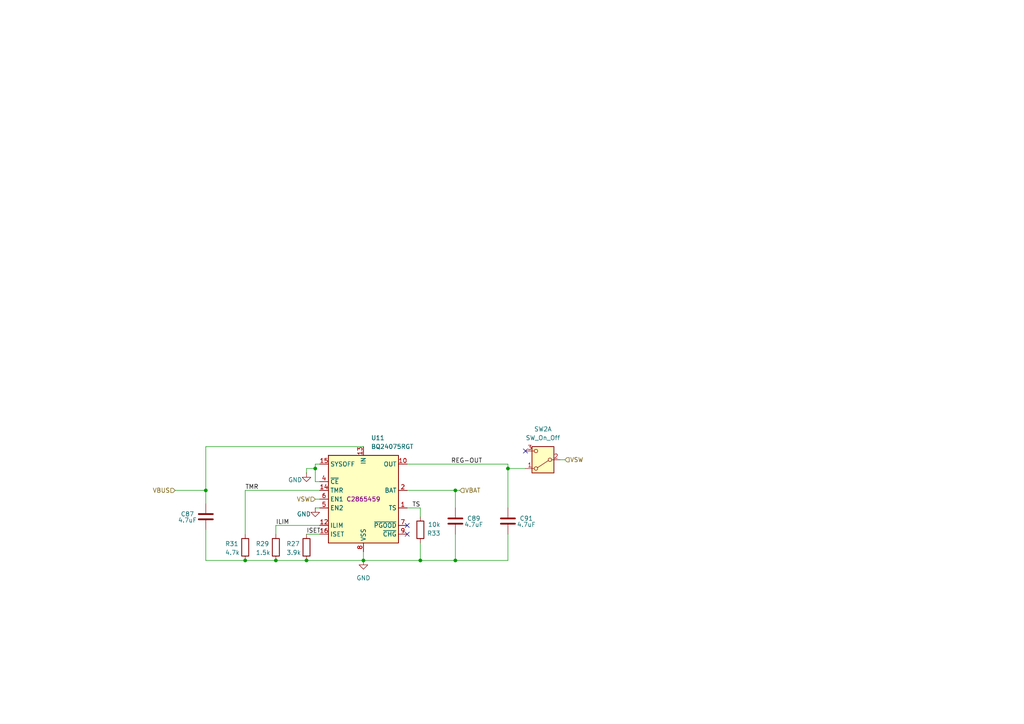
<source format=kicad_sch>
(kicad_sch
	(version 20241004)
	(generator "eeschema")
	(generator_version "8.99")
	(uuid "71096ab6-fe4c-4fd6-88f6-6ecf78167d6f")
	(paper "A4")
	(lib_symbols
		(symbol "Battery_Management:BQ24075RGT"
			(exclude_from_sim no)
			(in_bom yes)
			(on_board yes)
			(property "Reference" "U"
				(at -8.89 13.97 0)
				(effects
					(font
						(size 1.27 1.27)
					)
					(justify right)
				)
			)
			(property "Value" "BQ24075RGT"
				(at 16.51 13.97 0)
				(effects
					(font
						(size 1.27 1.27)
					)
					(justify right)
				)
			)
			(property "Footprint" "Package_DFN_QFN:VQFN-16-1EP_3x3mm_P0.5mm_EP1.6x1.6mm"
				(at 7.62 -13.97 0)
				(effects
					(font
						(size 1.27 1.27)
					)
					(justify left)
					(hide yes)
				)
			)
			(property "Datasheet" "http://www.ti.com/lit/ds/symlink/bq24075.pdf"
				(at 7.62 5.08 0)
				(effects
					(font
						(size 1.27 1.27)
					)
					(hide yes)
				)
			)
			(property "Description" "USB-Friendly Li-Ion Battery Charger and Power-Path Management, VQFN-16"
				(at 0 0 0)
				(effects
					(font
						(size 1.27 1.27)
					)
					(hide yes)
				)
			)
			(property "ki_keywords" "USB Charger"
				(at 0 0 0)
				(effects
					(font
						(size 1.27 1.27)
					)
					(hide yes)
				)
			)
			(property "ki_fp_filters" "VQFN*1EP*3x3mm*P0.5mm*"
				(at 0 0 0)
				(effects
					(font
						(size 1.27 1.27)
					)
					(hide yes)
				)
			)
			(symbol "BQ24075RGT_0_1"
				(rectangle
					(start -10.16 12.7)
					(end 10.16 -12.7)
					(stroke
						(width 0.254)
						(type default)
					)
					(fill
						(type background)
					)
				)
			)
			(symbol "BQ24075RGT_1_1"
				(pin input line
					(at -12.7 10.16 0)
					(length 2.54)
					(name "SYSOFF"
						(effects
							(font
								(size 1.27 1.27)
							)
						)
					)
					(number "15"
						(effects
							(font
								(size 1.27 1.27)
							)
						)
					)
				)
				(pin input line
					(at -12.7 5.08 0)
					(length 2.54)
					(name "~{CE}"
						(effects
							(font
								(size 1.27 1.27)
							)
						)
					)
					(number "4"
						(effects
							(font
								(size 1.27 1.27)
							)
						)
					)
				)
				(pin input line
					(at -12.7 2.54 0)
					(length 2.54)
					(name "TMR"
						(effects
							(font
								(size 1.27 1.27)
							)
						)
					)
					(number "14"
						(effects
							(font
								(size 1.27 1.27)
							)
						)
					)
				)
				(pin input line
					(at -12.7 0 0)
					(length 2.54)
					(name "EN1"
						(effects
							(font
								(size 1.27 1.27)
							)
						)
					)
					(number "6"
						(effects
							(font
								(size 1.27 1.27)
							)
						)
					)
				)
				(pin input line
					(at -12.7 -2.54 0)
					(length 2.54)
					(name "EN2"
						(effects
							(font
								(size 1.27 1.27)
							)
						)
					)
					(number "5"
						(effects
							(font
								(size 1.27 1.27)
							)
						)
					)
				)
				(pin passive line
					(at -12.7 -7.62 0)
					(length 2.54)
					(name "ILIM"
						(effects
							(font
								(size 1.27 1.27)
							)
						)
					)
					(number "12"
						(effects
							(font
								(size 1.27 1.27)
							)
						)
					)
				)
				(pin passive line
					(at -12.7 -10.16 0)
					(length 2.54)
					(name "ISET"
						(effects
							(font
								(size 1.27 1.27)
							)
						)
					)
					(number "16"
						(effects
							(font
								(size 1.27 1.27)
							)
						)
					)
				)
				(pin power_in line
					(at 0 15.24 270)
					(length 2.54)
					(name "IN"
						(effects
							(font
								(size 1.27 1.27)
							)
						)
					)
					(number "13"
						(effects
							(font
								(size 1.27 1.27)
							)
						)
					)
				)
				(pin passive line
					(at 0 -15.24 90)
					(length 2.54)
					(hide yes)
					(name "VSS"
						(effects
							(font
								(size 1.27 1.27)
							)
						)
					)
					(number "17"
						(effects
							(font
								(size 1.27 1.27)
							)
						)
					)
				)
				(pin power_in line
					(at 0 -15.24 90)
					(length 2.54)
					(name "VSS"
						(effects
							(font
								(size 1.27 1.27)
							)
						)
					)
					(number "8"
						(effects
							(font
								(size 1.27 1.27)
							)
						)
					)
				)
				(pin power_out line
					(at 12.7 10.16 180)
					(length 2.54)
					(name "OUT"
						(effects
							(font
								(size 1.27 1.27)
							)
						)
					)
					(number "10"
						(effects
							(font
								(size 1.27 1.27)
							)
						)
					)
				)
				(pin passive line
					(at 12.7 10.16 180)
					(length 2.54)
					(hide yes)
					(name "OUT"
						(effects
							(font
								(size 1.27 1.27)
							)
						)
					)
					(number "11"
						(effects
							(font
								(size 1.27 1.27)
							)
						)
					)
				)
				(pin power_out line
					(at 12.7 2.54 180)
					(length 2.54)
					(name "BAT"
						(effects
							(font
								(size 1.27 1.27)
							)
						)
					)
					(number "2"
						(effects
							(font
								(size 1.27 1.27)
							)
						)
					)
				)
				(pin passive line
					(at 12.7 2.54 180)
					(length 2.54)
					(hide yes)
					(name "BAT"
						(effects
							(font
								(size 1.27 1.27)
							)
						)
					)
					(number "3"
						(effects
							(font
								(size 1.27 1.27)
							)
						)
					)
				)
				(pin passive line
					(at 12.7 -2.54 180)
					(length 2.54)
					(name "TS"
						(effects
							(font
								(size 1.27 1.27)
							)
						)
					)
					(number "1"
						(effects
							(font
								(size 1.27 1.27)
							)
						)
					)
				)
				(pin open_collector line
					(at 12.7 -7.62 180)
					(length 2.54)
					(name "~{PGOOD}"
						(effects
							(font
								(size 1.27 1.27)
							)
						)
					)
					(number "7"
						(effects
							(font
								(size 1.27 1.27)
							)
						)
					)
				)
				(pin open_collector line
					(at 12.7 -10.16 180)
					(length 2.54)
					(name "~{CHG}"
						(effects
							(font
								(size 1.27 1.27)
							)
						)
					)
					(number "9"
						(effects
							(font
								(size 1.27 1.27)
							)
						)
					)
				)
			)
			(embedded_fonts no)
		)
		(symbol "Device:C"
			(pin_numbers
				(hide yes)
			)
			(pin_names
				(offset 0.254)
			)
			(exclude_from_sim no)
			(in_bom yes)
			(on_board yes)
			(property "Reference" "C"
				(at 0.635 2.54 0)
				(effects
					(font
						(size 1.27 1.27)
					)
					(justify left)
				)
			)
			(property "Value" "C"
				(at 0.635 -2.54 0)
				(effects
					(font
						(size 1.27 1.27)
					)
					(justify left)
				)
			)
			(property "Footprint" ""
				(at 0.9652 -3.81 0)
				(effects
					(font
						(size 1.27 1.27)
					)
					(hide yes)
				)
			)
			(property "Datasheet" "~"
				(at 0 0 0)
				(effects
					(font
						(size 1.27 1.27)
					)
					(hide yes)
				)
			)
			(property "Description" "Unpolarized capacitor"
				(at 0 0 0)
				(effects
					(font
						(size 1.27 1.27)
					)
					(hide yes)
				)
			)
			(property "ki_keywords" "cap capacitor"
				(at 0 0 0)
				(effects
					(font
						(size 1.27 1.27)
					)
					(hide yes)
				)
			)
			(property "ki_fp_filters" "C_*"
				(at 0 0 0)
				(effects
					(font
						(size 1.27 1.27)
					)
					(hide yes)
				)
			)
			(symbol "C_0_1"
				(polyline
					(pts
						(xy -2.032 0.762) (xy 2.032 0.762)
					)
					(stroke
						(width 0.508)
						(type default)
					)
					(fill
						(type none)
					)
				)
				(polyline
					(pts
						(xy -2.032 -0.762) (xy 2.032 -0.762)
					)
					(stroke
						(width 0.508)
						(type default)
					)
					(fill
						(type none)
					)
				)
			)
			(symbol "C_1_1"
				(pin passive line
					(at 0 3.81 270)
					(length 2.794)
					(name "~"
						(effects
							(font
								(size 1.27 1.27)
							)
						)
					)
					(number "1"
						(effects
							(font
								(size 1.27 1.27)
							)
						)
					)
				)
				(pin passive line
					(at 0 -3.81 90)
					(length 2.794)
					(name "~"
						(effects
							(font
								(size 1.27 1.27)
							)
						)
					)
					(number "2"
						(effects
							(font
								(size 1.27 1.27)
							)
						)
					)
				)
			)
			(embedded_fonts no)
		)
		(symbol "Device:R"
			(pin_numbers
				(hide yes)
			)
			(pin_names
				(offset 0)
			)
			(exclude_from_sim no)
			(in_bom yes)
			(on_board yes)
			(property "Reference" "R"
				(at 2.032 0 90)
				(effects
					(font
						(size 1.27 1.27)
					)
				)
			)
			(property "Value" "R"
				(at 0 0 90)
				(effects
					(font
						(size 1.27 1.27)
					)
				)
			)
			(property "Footprint" ""
				(at -1.778 0 90)
				(effects
					(font
						(size 1.27 1.27)
					)
					(hide yes)
				)
			)
			(property "Datasheet" "~"
				(at 0 0 0)
				(effects
					(font
						(size 1.27 1.27)
					)
					(hide yes)
				)
			)
			(property "Description" "Resistor"
				(at 0 0 0)
				(effects
					(font
						(size 1.27 1.27)
					)
					(hide yes)
				)
			)
			(property "ki_keywords" "R res resistor"
				(at 0 0 0)
				(effects
					(font
						(size 1.27 1.27)
					)
					(hide yes)
				)
			)
			(property "ki_fp_filters" "R_*"
				(at 0 0 0)
				(effects
					(font
						(size 1.27 1.27)
					)
					(hide yes)
				)
			)
			(symbol "R_0_1"
				(rectangle
					(start -1.016 -2.54)
					(end 1.016 2.54)
					(stroke
						(width 0.254)
						(type default)
					)
					(fill
						(type none)
					)
				)
			)
			(symbol "R_1_1"
				(pin passive line
					(at 0 3.81 270)
					(length 1.27)
					(name "~"
						(effects
							(font
								(size 1.27 1.27)
							)
						)
					)
					(number "1"
						(effects
							(font
								(size 1.27 1.27)
							)
						)
					)
				)
				(pin passive line
					(at 0 -3.81 90)
					(length 1.27)
					(name "~"
						(effects
							(font
								(size 1.27 1.27)
							)
						)
					)
					(number "2"
						(effects
							(font
								(size 1.27 1.27)
							)
						)
					)
				)
			)
			(embedded_fonts no)
		)
		(symbol "Switch:SW_DPDT_x2"
			(pin_names
				(offset 0)
				(hide yes)
			)
			(exclude_from_sim no)
			(in_bom yes)
			(on_board yes)
			(property "Reference" "SW"
				(at 0 5.08 0)
				(effects
					(font
						(size 1.27 1.27)
					)
				)
			)
			(property "Value" "SW_DPDT_x2"
				(at 0 -5.08 0)
				(effects
					(font
						(size 1.27 1.27)
					)
				)
			)
			(property "Footprint" ""
				(at 0 0 0)
				(effects
					(font
						(size 1.27 1.27)
					)
					(hide yes)
				)
			)
			(property "Datasheet" "~"
				(at 0 0 0)
				(effects
					(font
						(size 1.27 1.27)
					)
					(hide yes)
				)
			)
			(property "Description" "Switch, dual pole double throw, separate symbols"
				(at 0 0 0)
				(effects
					(font
						(size 1.27 1.27)
					)
					(hide yes)
				)
			)
			(property "ki_keywords" "switch dual-pole double-throw DPDT spdt ON-ON"
				(at 0 0 0)
				(effects
					(font
						(size 1.27 1.27)
					)
					(hide yes)
				)
			)
			(property "ki_fp_filters" "SW*DPDT*"
				(at 0 0 0)
				(effects
					(font
						(size 1.27 1.27)
					)
					(hide yes)
				)
			)
			(symbol "SW_DPDT_x2_0_0"
				(circle
					(center -2.032 0)
					(radius 0.508)
					(stroke
						(width 0)
						(type default)
					)
					(fill
						(type none)
					)
				)
				(circle
					(center 2.032 -2.54)
					(radius 0.508)
					(stroke
						(width 0)
						(type default)
					)
					(fill
						(type none)
					)
				)
			)
			(symbol "SW_DPDT_x2_0_1"
				(rectangle
					(start -3.175 3.81)
					(end 3.175 -3.81)
					(stroke
						(width 0.254)
						(type default)
					)
					(fill
						(type background)
					)
				)
				(polyline
					(pts
						(xy -1.524 0.254) (xy 1.5748 2.286)
					)
					(stroke
						(width 0)
						(type default)
					)
					(fill
						(type none)
					)
				)
				(circle
					(center 2.032 2.54)
					(radius 0.508)
					(stroke
						(width 0)
						(type default)
					)
					(fill
						(type none)
					)
				)
			)
			(symbol "SW_DPDT_x2_1_1"
				(pin passive line
					(at -5.08 0 0)
					(length 2.54)
					(name "B"
						(effects
							(font
								(size 1.27 1.27)
							)
						)
					)
					(number "2"
						(effects
							(font
								(size 1.27 1.27)
							)
						)
					)
				)
				(pin passive line
					(at 5.08 2.54 180)
					(length 2.54)
					(name "A"
						(effects
							(font
								(size 1.27 1.27)
							)
						)
					)
					(number "1"
						(effects
							(font
								(size 1.27 1.27)
							)
						)
					)
				)
				(pin passive line
					(at 5.08 -2.54 180)
					(length 2.54)
					(name "C"
						(effects
							(font
								(size 1.27 1.27)
							)
						)
					)
					(number "3"
						(effects
							(font
								(size 1.27 1.27)
							)
						)
					)
				)
			)
			(symbol "SW_DPDT_x2_2_1"
				(pin passive line
					(at -5.08 0 0)
					(length 2.54)
					(name "B"
						(effects
							(font
								(size 1.27 1.27)
							)
						)
					)
					(number "5"
						(effects
							(font
								(size 1.27 1.27)
							)
						)
					)
				)
				(pin passive line
					(at 5.08 2.54 180)
					(length 2.54)
					(name "A"
						(effects
							(font
								(size 1.27 1.27)
							)
						)
					)
					(number "4"
						(effects
							(font
								(size 1.27 1.27)
							)
						)
					)
				)
				(pin passive line
					(at 5.08 -2.54 180)
					(length 2.54)
					(name "C"
						(effects
							(font
								(size 1.27 1.27)
							)
						)
					)
					(number "6"
						(effects
							(font
								(size 1.27 1.27)
							)
						)
					)
				)
			)
			(embedded_fonts no)
		)
		(symbol "power:GND"
			(power)
			(pin_numbers
				(hide yes)
			)
			(pin_names
				(offset 0)
				(hide yes)
			)
			(exclude_from_sim no)
			(in_bom yes)
			(on_board yes)
			(property "Reference" "#PWR"
				(at 0 -6.35 0)
				(effects
					(font
						(size 1.27 1.27)
					)
					(hide yes)
				)
			)
			(property "Value" "GND"
				(at 0 -3.81 0)
				(effects
					(font
						(size 1.27 1.27)
					)
				)
			)
			(property "Footprint" ""
				(at 0 0 0)
				(effects
					(font
						(size 1.27 1.27)
					)
					(hide yes)
				)
			)
			(property "Datasheet" ""
				(at 0 0 0)
				(effects
					(font
						(size 1.27 1.27)
					)
					(hide yes)
				)
			)
			(property "Description" "Power symbol creates a global label with name \"GND\" , ground"
				(at 0 0 0)
				(effects
					(font
						(size 1.27 1.27)
					)
					(hide yes)
				)
			)
			(property "ki_keywords" "global power"
				(at 0 0 0)
				(effects
					(font
						(size 1.27 1.27)
					)
					(hide yes)
				)
			)
			(symbol "GND_0_1"
				(polyline
					(pts
						(xy 0 0) (xy 0 -1.27) (xy 1.27 -1.27) (xy 0 -2.54) (xy -1.27 -1.27) (xy 0 -1.27)
					)
					(stroke
						(width 0)
						(type default)
					)
					(fill
						(type none)
					)
				)
			)
			(symbol "GND_1_1"
				(pin power_in line
					(at 0 0 270)
					(length 0)
					(name "~"
						(effects
							(font
								(size 1.27 1.27)
							)
						)
					)
					(number "1"
						(effects
							(font
								(size 1.27 1.27)
							)
						)
					)
				)
			)
			(embedded_fonts no)
		)
	)
	(junction
		(at 71.12 162.56)
		(diameter 0)
		(color 0 0 0 0)
		(uuid "0a1b6670-3388-4d03-a157-3def0352c70b")
	)
	(junction
		(at 147.32 135.89)
		(diameter 0)
		(color 0 0 0 0)
		(uuid "1523b8ea-5ecf-4f7b-b870-1e9d3de76b1c")
	)
	(junction
		(at 121.92 162.56)
		(diameter 0)
		(color 0 0 0 0)
		(uuid "347dd6e4-2854-4517-b357-fc8b5b77c777")
	)
	(junction
		(at 132.08 142.24)
		(diameter 0)
		(color 0 0 0 0)
		(uuid "646d5731-9cd4-44bc-b325-c8dfd205f5bc")
	)
	(junction
		(at 105.41 162.56)
		(diameter 0)
		(color 0 0 0 0)
		(uuid "b252c187-e856-4d10-971f-e213fb399448")
	)
	(junction
		(at 59.69 142.24)
		(diameter 0)
		(color 0 0 0 0)
		(uuid "b32d7e6e-7230-425d-9e69-34e859a3d9e3")
	)
	(junction
		(at 80.01 162.56)
		(diameter 0)
		(color 0 0 0 0)
		(uuid "ce126c8d-93fd-4c7c-a0a7-fb7e3b9e4e87")
	)
	(junction
		(at 88.9 162.56)
		(diameter 0)
		(color 0 0 0 0)
		(uuid "dd747a9b-5fef-46f9-b571-595457737b7b")
	)
	(junction
		(at 91.44 135.89)
		(diameter 0)
		(color 0 0 0 0)
		(uuid "e7503623-d54d-4455-9037-4d382e5e986e")
	)
	(junction
		(at 132.08 162.56)
		(diameter 0)
		(color 0 0 0 0)
		(uuid "fbf2624d-814e-4bc5-9312-9a856d063c10")
	)
	(no_connect
		(at 118.11 152.4)
		(uuid "0d72f7aa-930e-43a7-b05d-4382fe3d2729")
	)
	(no_connect
		(at 118.11 154.94)
		(uuid "d3d6fed1-f6f0-43f2-94e2-967b917d969d")
	)
	(no_connect
		(at 152.4 130.81)
		(uuid "e4836660-6187-4bf6-98c9-91445ca6ac78")
	)
	(wire
		(pts
			(xy 147.32 162.56) (xy 132.08 162.56)
		)
		(stroke
			(width 0)
			(type default)
		)
		(uuid "012fea8c-8c60-429e-b546-f04906eee795")
	)
	(wire
		(pts
			(xy 118.11 134.62) (xy 147.32 134.62)
		)
		(stroke
			(width 0)
			(type default)
		)
		(uuid "07b63a2d-01f1-4176-a125-404da0c433ce")
	)
	(wire
		(pts
			(xy 147.32 154.94) (xy 147.32 162.56)
		)
		(stroke
			(width 0)
			(type default)
		)
		(uuid "0ceeddff-9ed2-4ccc-953d-311c057e046d")
	)
	(wire
		(pts
			(xy 59.69 153.67) (xy 59.69 162.56)
		)
		(stroke
			(width 0)
			(type default)
		)
		(uuid "2007645b-5293-4d56-9f33-b480213e7706")
	)
	(wire
		(pts
			(xy 71.12 154.94) (xy 71.12 142.24)
		)
		(stroke
			(width 0)
			(type default)
		)
		(uuid "21c93db5-d0f1-4c95-9c5b-73489d44ed0c")
	)
	(wire
		(pts
			(xy 121.92 162.56) (xy 105.41 162.56)
		)
		(stroke
			(width 0)
			(type default)
		)
		(uuid "27657b62-2e97-4fb9-8e54-2b15feb8aca9")
	)
	(wire
		(pts
			(xy 92.71 134.62) (xy 91.44 134.62)
		)
		(stroke
			(width 0)
			(type default)
		)
		(uuid "28f2211e-1856-41f0-8ddd-7fbcc708bf83")
	)
	(wire
		(pts
			(xy 147.32 134.62) (xy 147.32 135.89)
		)
		(stroke
			(width 0)
			(type default)
		)
		(uuid "37be382d-c1bb-4d23-915d-c1a5122e4c68")
	)
	(wire
		(pts
			(xy 118.11 147.32) (xy 121.92 147.32)
		)
		(stroke
			(width 0)
			(type default)
		)
		(uuid "48c74ed4-004e-440e-b9ff-2334c881da1e")
	)
	(wire
		(pts
			(xy 91.44 134.62) (xy 91.44 135.89)
		)
		(stroke
			(width 0)
			(type default)
		)
		(uuid "4dd77aa5-d7a4-4dc0-9842-604de3e58ff3")
	)
	(wire
		(pts
			(xy 71.12 142.24) (xy 92.71 142.24)
		)
		(stroke
			(width 0)
			(type default)
		)
		(uuid "53393e55-4bad-43bb-aa7b-d2e9c0743688")
	)
	(wire
		(pts
			(xy 132.08 142.24) (xy 133.35 142.24)
		)
		(stroke
			(width 0)
			(type default)
		)
		(uuid "6364c962-c000-403a-9cb7-d9c71a47176b")
	)
	(wire
		(pts
			(xy 132.08 162.56) (xy 121.92 162.56)
		)
		(stroke
			(width 0)
			(type default)
		)
		(uuid "68387bec-1992-4dd0-83f9-41f751b5bce6")
	)
	(wire
		(pts
			(xy 91.44 144.78) (xy 92.71 144.78)
		)
		(stroke
			(width 0)
			(type default)
		)
		(uuid "6859d98f-8300-4580-9089-230efd55f859")
	)
	(wire
		(pts
			(xy 91.44 135.89) (xy 91.44 139.7)
		)
		(stroke
			(width 0)
			(type default)
		)
		(uuid "69240e39-17a7-44c6-9265-55f462a4f892")
	)
	(wire
		(pts
			(xy 59.69 142.24) (xy 59.69 146.05)
		)
		(stroke
			(width 0)
			(type default)
		)
		(uuid "759ab883-34b9-43ce-83f4-79c60ac5c64d")
	)
	(wire
		(pts
			(xy 88.9 154.94) (xy 92.71 154.94)
		)
		(stroke
			(width 0)
			(type default)
		)
		(uuid "83d81b28-7dae-47ef-b0a0-0a76e1ce42c1")
	)
	(wire
		(pts
			(xy 88.9 135.89) (xy 91.44 135.89)
		)
		(stroke
			(width 0)
			(type default)
		)
		(uuid "87383b1f-a734-4726-8cb0-dbed5984e3d7")
	)
	(wire
		(pts
			(xy 80.01 154.94) (xy 80.01 152.4)
		)
		(stroke
			(width 0)
			(type default)
		)
		(uuid "8e8d3696-0cba-44aa-8999-98e469e97d6c")
	)
	(wire
		(pts
			(xy 147.32 135.89) (xy 147.32 147.32)
		)
		(stroke
			(width 0)
			(type default)
		)
		(uuid "8f87b607-2033-403e-abb2-2af3f44f8a49")
	)
	(wire
		(pts
			(xy 50.8 142.24) (xy 59.69 142.24)
		)
		(stroke
			(width 0)
			(type default)
		)
		(uuid "a30750f1-3274-4336-b7a2-daebbf17085f")
	)
	(wire
		(pts
			(xy 105.41 160.02) (xy 105.41 162.56)
		)
		(stroke
			(width 0)
			(type default)
		)
		(uuid "b4e8fd24-8d50-4d64-b985-2895dc04683d")
	)
	(wire
		(pts
			(xy 59.69 129.54) (xy 59.69 142.24)
		)
		(stroke
			(width 0)
			(type default)
		)
		(uuid "b5c50e5f-8534-4d5b-90ff-d1d983b7b3c2")
	)
	(wire
		(pts
			(xy 80.01 162.56) (xy 88.9 162.56)
		)
		(stroke
			(width 0)
			(type default)
		)
		(uuid "b7984183-7fb9-4e10-984c-652d44af96d8")
	)
	(wire
		(pts
			(xy 118.11 142.24) (xy 132.08 142.24)
		)
		(stroke
			(width 0)
			(type default)
		)
		(uuid "b84be07a-f458-45f8-a319-814a39544786")
	)
	(wire
		(pts
			(xy 91.44 147.32) (xy 92.71 147.32)
		)
		(stroke
			(width 0)
			(type default)
		)
		(uuid "b99af092-6322-495c-815e-9315c48d079d")
	)
	(wire
		(pts
			(xy 71.12 162.56) (xy 80.01 162.56)
		)
		(stroke
			(width 0)
			(type default)
		)
		(uuid "bc9fc583-05d2-44d0-9d57-5c6b4310dd8d")
	)
	(wire
		(pts
			(xy 152.4 135.89) (xy 147.32 135.89)
		)
		(stroke
			(width 0)
			(type default)
		)
		(uuid "c75db4c6-331b-477d-9e86-245804e8976f")
	)
	(wire
		(pts
			(xy 121.92 157.48) (xy 121.92 162.56)
		)
		(stroke
			(width 0)
			(type default)
		)
		(uuid "c8270295-804e-4e84-b9db-d46a7b410636")
	)
	(wire
		(pts
			(xy 121.92 147.32) (xy 121.92 149.86)
		)
		(stroke
			(width 0)
			(type default)
		)
		(uuid "da31a4af-200c-433a-9832-d526fbb2ddfd")
	)
	(wire
		(pts
			(xy 59.69 162.56) (xy 71.12 162.56)
		)
		(stroke
			(width 0)
			(type default)
		)
		(uuid "dc0b31b5-731a-4a9b-b682-0abf92677146")
	)
	(wire
		(pts
			(xy 132.08 142.24) (xy 132.08 147.32)
		)
		(stroke
			(width 0)
			(type default)
		)
		(uuid "e25480f7-62f5-4812-8531-fe4986f945dd")
	)
	(wire
		(pts
			(xy 88.9 135.89) (xy 88.9 137.16)
		)
		(stroke
			(width 0)
			(type default)
		)
		(uuid "e9643975-2fb5-42ac-9eeb-0abbd76dd30d")
	)
	(wire
		(pts
			(xy 80.01 152.4) (xy 92.71 152.4)
		)
		(stroke
			(width 0)
			(type default)
		)
		(uuid "ebcff26e-63cd-47a8-a71d-f4519ac165c8")
	)
	(wire
		(pts
			(xy 132.08 154.94) (xy 132.08 162.56)
		)
		(stroke
			(width 0)
			(type default)
		)
		(uuid "ed4920b5-9f5e-428b-9c1d-beeb03e3d686")
	)
	(wire
		(pts
			(xy 105.41 129.54) (xy 59.69 129.54)
		)
		(stroke
			(width 0)
			(type default)
		)
		(uuid "f22e4ab7-6a14-49fb-9e28-20e0eef41ce1")
	)
	(wire
		(pts
			(xy 163.83 133.35) (xy 162.56 133.35)
		)
		(stroke
			(width 0)
			(type default)
		)
		(uuid "f469489a-89d1-439e-a983-ca1601424ecc")
	)
	(wire
		(pts
			(xy 88.9 162.56) (xy 105.41 162.56)
		)
		(stroke
			(width 0)
			(type default)
		)
		(uuid "f55a7f83-9653-4c8e-9238-61fb81746b27")
	)
	(wire
		(pts
			(xy 91.44 139.7) (xy 92.71 139.7)
		)
		(stroke
			(width 0)
			(type default)
		)
		(uuid "ffe23ad5-6ce9-4cd1-9c59-a0c9bfe2f037")
	)
	(label "TS"
		(at 121.92 147.32 180)
		(fields_autoplaced yes)
		(effects
			(font
				(size 1.27 1.27)
			)
			(justify right bottom)
		)
		(uuid "2aa0b149-52da-4681-a2ef-e281f35ac739")
	)
	(label "TMR"
		(at 71.12 142.24 0)
		(fields_autoplaced yes)
		(effects
			(font
				(size 1.27 1.27)
			)
			(justify left bottom)
		)
		(uuid "63d47c32-7e28-41bc-ba06-5057ef71505d")
	)
	(label "REG-OUT"
		(at 130.81 134.62 0)
		(fields_autoplaced yes)
		(effects
			(font
				(size 1.27 1.27)
			)
			(justify left bottom)
		)
		(uuid "7faed6fa-20b1-4494-a39a-db5e3ef0dbc6")
	)
	(label "ISET"
		(at 88.9 154.94 0)
		(fields_autoplaced yes)
		(effects
			(font
				(size 1.27 1.27)
			)
			(justify left bottom)
		)
		(uuid "d908402b-0969-4bb8-bd41-c24b547a8488")
	)
	(label "ILIM"
		(at 80.01 152.4 0)
		(fields_autoplaced yes)
		(effects
			(font
				(size 1.27 1.27)
			)
			(justify left bottom)
		)
		(uuid "f2e2b624-40d2-4e97-a014-5a4773d03dfc")
	)
	(hierarchical_label "VSW"
		(shape input)
		(at 163.83 133.35 0)
		(fields_autoplaced yes)
		(effects
			(font
				(size 1.27 1.27)
			)
			(justify left)
		)
		(uuid "037fef10-086b-4f38-91bb-22e4c252425f")
	)
	(hierarchical_label "VSW"
		(shape input)
		(at 91.44 144.78 180)
		(fields_autoplaced yes)
		(effects
			(font
				(size 1.27 1.27)
			)
			(justify right)
		)
		(uuid "04aa2aa8-40cc-4d09-85e4-8571da11ffd3")
	)
	(hierarchical_label "VBAT"
		(shape input)
		(at 133.35 142.24 0)
		(fields_autoplaced yes)
		(effects
			(font
				(size 1.27 1.27)
			)
			(justify left)
		)
		(uuid "0c3ad40f-d2f9-4493-8c3e-2ee7e24d81f2")
	)
	(hierarchical_label "VBUS"
		(shape input)
		(at 50.8 142.24 180)
		(fields_autoplaced yes)
		(effects
			(font
				(size 1.27 1.27)
			)
			(justify right)
		)
		(uuid "d7001bdf-6b22-4076-adeb-ad3512ee7bf6")
	)
	(symbol
		(lib_id "Battery_Management:BQ24075RGT")
		(at 105.41 144.78 0)
		(unit 1)
		(exclude_from_sim no)
		(in_bom yes)
		(on_board yes)
		(dnp no)
		(fields_autoplaced yes)
		(uuid "2b4d93c4-097e-4773-85e6-c6a52c497d1f")
		(property "Reference" "U11"
			(at 107.6041 127 0)
			(effects
				(font
					(size 1.27 1.27)
				)
				(justify left)
			)
		)
		(property "Value" "BQ24075RGT"
			(at 107.6041 129.54 0)
			(effects
				(font
					(size 1.27 1.27)
				)
				(justify left)
			)
		)
		(property "Footprint" "Package_DFN_QFN:VQFN-16-1EP_3x3mm_P0.5mm_EP1.6x1.6mm"
			(at 113.03 158.75 0)
			(effects
				(font
					(size 1.27 1.27)
				)
				(justify left)
				(hide yes)
			)
		)
		(property "Datasheet" "http://www.ti.com/lit/ds/symlink/bq24075.pdf"
			(at 113.03 139.7 0)
			(effects
				(font
					(size 1.27 1.27)
				)
				(hide yes)
			)
		)
		(property "Description" "USB-Friendly Li-Ion Battery Charger and Power-Path Management, VQFN-16"
			(at 105.41 144.78 0)
			(effects
				(font
					(size 1.27 1.27)
				)
				(hide yes)
			)
		)
		(property "LCSC" "C2865459"
			(at 105.41 144.78 0)
			(effects
				(font
					(size 1.27 1.27)
				)
			)
		)
		(pin "10"
			(uuid "d9d1eeed-75f3-46e0-b2ad-ea66c8028935")
		)
		(pin "9"
			(uuid "abbfa8ff-d233-4391-ba77-b4ecb77fd7a5")
		)
		(pin "14"
			(uuid "0765761a-daac-4d36-818c-f81ee6ed234e")
		)
		(pin "11"
			(uuid "141317e3-d479-4fdf-955e-ecc277c8f538")
		)
		(pin "17"
			(uuid "657b956c-1aaa-4293-b32e-bb3cf9ca6f22")
		)
		(pin "7"
			(uuid "f3e1d7b0-6741-4ab3-8761-9335df159b61")
		)
		(pin "4"
			(uuid "bbd2b512-fff2-4d5b-a852-82af0554efa8")
		)
		(pin "13"
			(uuid "e373b487-5300-4b27-83c1-1e5937d26d86")
		)
		(pin "8"
			(uuid "0033c6b6-2d6b-4c0f-9d4b-b7d07daff82f")
		)
		(pin "6"
			(uuid "54b5a001-daf1-4b28-8a61-add6721c560b")
		)
		(pin "12"
			(uuid "5e1c551a-1eeb-43b5-b6c1-96e542d53ab1")
		)
		(pin "3"
			(uuid "7c097334-061a-4968-8eaf-d4ec706833fb")
		)
		(pin "1"
			(uuid "d391cb41-8a0b-4315-a65c-77381f2fcede")
		)
		(pin "2"
			(uuid "486fc69d-de70-43d2-aa5d-fe670cff11d7")
		)
		(pin "5"
			(uuid "8942fb4f-fdf4-44d3-b670-1aaf0b9bdf7f")
		)
		(pin "15"
			(uuid "ce2f6371-b23e-4ccf-9fde-a74d1e1f870f")
		)
		(pin "16"
			(uuid "89977b38-5f47-4006-a937-7098dc5ac166")
		)
		(instances
			(project ""
				(path "/2b736a6b-c6e2-42fa-94c9-e384d663659b/4bb325fd-7371-4bed-a032-a434391e94c9/a60d275f-cdae-4fef-bb61-3feb0db9295b"
					(reference "U11")
					(unit 1)
				)
				(path "/2b736a6b-c6e2-42fa-94c9-e384d663659b/8d53595d-91b9-4d70-adec-5245477c92d0/a60d275f-cdae-4fef-bb61-3feb0db9295b"
					(reference "U12")
					(unit 1)
				)
			)
		)
	)
	(symbol
		(lib_id "power:GND")
		(at 88.9 137.16 0)
		(unit 1)
		(exclude_from_sim no)
		(in_bom yes)
		(on_board yes)
		(dnp no)
		(uuid "366d6db8-141e-44af-85da-a664f9f1c4e1")
		(property "Reference" "#PWR04"
			(at 88.9 143.51 0)
			(effects
				(font
					(size 1.27 1.27)
				)
				(hide yes)
			)
		)
		(property "Value" "GND"
			(at 85.598 139.192 0)
			(effects
				(font
					(size 1.27 1.27)
				)
			)
		)
		(property "Footprint" ""
			(at 88.9 137.16 0)
			(effects
				(font
					(size 1.27 1.27)
				)
				(hide yes)
			)
		)
		(property "Datasheet" ""
			(at 88.9 137.16 0)
			(effects
				(font
					(size 1.27 1.27)
				)
				(hide yes)
			)
		)
		(property "Description" "Power symbol creates a global label with name \"GND\" , ground"
			(at 88.9 137.16 0)
			(effects
				(font
					(size 1.27 1.27)
				)
				(hide yes)
			)
		)
		(pin "1"
			(uuid "4da7ac1a-1bab-4733-8d1d-51c07b5ab9e6")
		)
		(instances
			(project "koeg-board-pcb"
				(path "/2b736a6b-c6e2-42fa-94c9-e384d663659b/4bb325fd-7371-4bed-a032-a434391e94c9/a60d275f-cdae-4fef-bb61-3feb0db9295b"
					(reference "#PWR04")
					(unit 1)
				)
				(path "/2b736a6b-c6e2-42fa-94c9-e384d663659b/8d53595d-91b9-4d70-adec-5245477c92d0/a60d275f-cdae-4fef-bb61-3feb0db9295b"
					(reference "#PWR016")
					(unit 1)
				)
			)
		)
	)
	(symbol
		(lib_id "Device:C")
		(at 147.32 151.13 0)
		(mirror x)
		(unit 1)
		(exclude_from_sim no)
		(in_bom yes)
		(on_board yes)
		(dnp no)
		(uuid "3f529fa5-dd0a-4e36-a914-332d7d0b291d")
		(property "Reference" "C91"
			(at 152.654 150.368 0)
			(effects
				(font
					(size 1.27 1.27)
				)
			)
		)
		(property "Value" "4.7uF"
			(at 152.654 152.146 0)
			(effects
				(font
					(size 1.27 1.27)
				)
			)
		)
		(property "Footprint" "Capacitor_SMD:C_0402_1005Metric"
			(at 148.2852 147.32 0)
			(effects
				(font
					(size 1.27 1.27)
				)
				(hide yes)
			)
		)
		(property "Datasheet" "~"
			(at 147.32 151.13 0)
			(effects
				(font
					(size 1.27 1.27)
				)
				(hide yes)
			)
		)
		(property "Description" "Unpolarized capacitor"
			(at 147.32 151.13 0)
			(effects
				(font
					(size 1.27 1.27)
				)
				(hide yes)
			)
		)
		(property "LCSC" "C307423"
			(at 147.32 151.13 0)
			(effects
				(font
					(size 1.27 1.27)
				)
				(hide yes)
			)
		)
		(pin "1"
			(uuid "08776581-8628-4dc3-917b-febf9ca7bbba")
		)
		(pin "2"
			(uuid "1765f227-16b0-418c-966b-aee7ce3ddebc")
		)
		(instances
			(project "koeg-board-pcb"
				(path "/2b736a6b-c6e2-42fa-94c9-e384d663659b/4bb325fd-7371-4bed-a032-a434391e94c9/a60d275f-cdae-4fef-bb61-3feb0db9295b"
					(reference "C91")
					(unit 1)
				)
				(path "/2b736a6b-c6e2-42fa-94c9-e384d663659b/8d53595d-91b9-4d70-adec-5245477c92d0/a60d275f-cdae-4fef-bb61-3feb0db9295b"
					(reference "C92")
					(unit 1)
				)
			)
		)
	)
	(symbol
		(lib_id "Device:R")
		(at 80.01 158.75 0)
		(unit 1)
		(exclude_from_sim no)
		(in_bom yes)
		(on_board yes)
		(dnp no)
		(uuid "4c5fe7c0-1021-49a5-99da-c353469fcd55")
		(property "Reference" "R29"
			(at 74.168 157.734 0)
			(effects
				(font
					(size 1.27 1.27)
				)
				(justify left)
			)
		)
		(property "Value" "1.5k"
			(at 74.168 160.274 0)
			(effects
				(font
					(size 1.27 1.27)
				)
				(justify left)
			)
		)
		(property "Footprint" "Resistor_SMD:R_0402_1005Metric"
			(at 78.232 158.75 90)
			(effects
				(font
					(size 1.27 1.27)
				)
				(hide yes)
			)
		)
		(property "Datasheet" "~"
			(at 80.01 158.75 0)
			(effects
				(font
					(size 1.27 1.27)
				)
				(hide yes)
			)
		)
		(property "Description" "Resistor"
			(at 80.01 158.75 0)
			(effects
				(font
					(size 1.27 1.27)
				)
				(hide yes)
			)
		)
		(property "LCSC" "C25867"
			(at 80.01 158.75 0)
			(effects
				(font
					(size 1.27 1.27)
				)
				(hide yes)
			)
		)
		(pin "2"
			(uuid "1b087581-a918-4a12-a067-5db3b2818bbe")
		)
		(pin "1"
			(uuid "3f62a924-2193-4b62-92df-ddba3b1503d1")
		)
		(instances
			(project "koeg-board-pcb"
				(path "/2b736a6b-c6e2-42fa-94c9-e384d663659b/4bb325fd-7371-4bed-a032-a434391e94c9/a60d275f-cdae-4fef-bb61-3feb0db9295b"
					(reference "R29")
					(unit 1)
				)
				(path "/2b736a6b-c6e2-42fa-94c9-e384d663659b/8d53595d-91b9-4d70-adec-5245477c92d0/a60d275f-cdae-4fef-bb61-3feb0db9295b"
					(reference "R30")
					(unit 1)
				)
			)
		)
	)
	(symbol
		(lib_id "Device:R")
		(at 71.12 158.75 0)
		(unit 1)
		(exclude_from_sim no)
		(in_bom yes)
		(on_board yes)
		(dnp no)
		(uuid "5e7cdd5e-14b8-4108-a01a-5d205b967b0c")
		(property "Reference" "R31"
			(at 65.278 157.734 0)
			(effects
				(font
					(size 1.27 1.27)
				)
				(justify left)
			)
		)
		(property "Value" "4.7k"
			(at 65.278 160.274 0)
			(effects
				(font
					(size 1.27 1.27)
				)
				(justify left)
			)
		)
		(property "Footprint" "Resistor_SMD:R_0402_1005Metric"
			(at 69.342 158.75 90)
			(effects
				(font
					(size 1.27 1.27)
				)
				(hide yes)
			)
		)
		(property "Datasheet" "~"
			(at 71.12 158.75 0)
			(effects
				(font
					(size 1.27 1.27)
				)
				(hide yes)
			)
		)
		(property "Description" "Resistor"
			(at 71.12 158.75 0)
			(effects
				(font
					(size 1.27 1.27)
				)
				(hide yes)
			)
		)
		(property "LCSC" "C25940"
			(at 71.12 158.75 0)
			(effects
				(font
					(size 1.27 1.27)
				)
				(hide yes)
			)
		)
		(pin "2"
			(uuid "08fd5134-30f1-4692-af8d-9dd7437a53e2")
		)
		(pin "1"
			(uuid "59141b21-7297-4663-87ee-f1b049801ca4")
		)
		(instances
			(project "koeg-board-pcb"
				(path "/2b736a6b-c6e2-42fa-94c9-e384d663659b/4bb325fd-7371-4bed-a032-a434391e94c9/a60d275f-cdae-4fef-bb61-3feb0db9295b"
					(reference "R31")
					(unit 1)
				)
				(path "/2b736a6b-c6e2-42fa-94c9-e384d663659b/8d53595d-91b9-4d70-adec-5245477c92d0/a60d275f-cdae-4fef-bb61-3feb0db9295b"
					(reference "R32")
					(unit 1)
				)
			)
		)
	)
	(symbol
		(lib_id "Device:C")
		(at 132.08 151.13 0)
		(mirror x)
		(unit 1)
		(exclude_from_sim no)
		(in_bom yes)
		(on_board yes)
		(dnp no)
		(uuid "7e3c1caa-949c-412a-9d1c-3bfbf031b52a")
		(property "Reference" "C89"
			(at 137.414 150.368 0)
			(effects
				(font
					(size 1.27 1.27)
				)
			)
		)
		(property "Value" "4.7uF"
			(at 137.414 152.146 0)
			(effects
				(font
					(size 1.27 1.27)
				)
			)
		)
		(property "Footprint" "Capacitor_SMD:C_0402_1005Metric"
			(at 133.0452 147.32 0)
			(effects
				(font
					(size 1.27 1.27)
				)
				(hide yes)
			)
		)
		(property "Datasheet" "~"
			(at 132.08 151.13 0)
			(effects
				(font
					(size 1.27 1.27)
				)
				(hide yes)
			)
		)
		(property "Description" "Unpolarized capacitor"
			(at 132.08 151.13 0)
			(effects
				(font
					(size 1.27 1.27)
				)
				(hide yes)
			)
		)
		(property "LCSC" "C307423"
			(at 132.08 151.13 0)
			(effects
				(font
					(size 1.27 1.27)
				)
				(hide yes)
			)
		)
		(pin "1"
			(uuid "f17f6630-11e3-488d-a21e-842a29096b6b")
		)
		(pin "2"
			(uuid "5d1185db-6dfd-4078-b953-578c01fb63c9")
		)
		(instances
			(project "koeg-board-pcb"
				(path "/2b736a6b-c6e2-42fa-94c9-e384d663659b/4bb325fd-7371-4bed-a032-a434391e94c9/a60d275f-cdae-4fef-bb61-3feb0db9295b"
					(reference "C89")
					(unit 1)
				)
				(path "/2b736a6b-c6e2-42fa-94c9-e384d663659b/8d53595d-91b9-4d70-adec-5245477c92d0/a60d275f-cdae-4fef-bb61-3feb0db9295b"
					(reference "C90")
					(unit 1)
				)
			)
		)
	)
	(symbol
		(lib_id "Device:R")
		(at 88.9 158.75 0)
		(unit 1)
		(exclude_from_sim no)
		(in_bom yes)
		(on_board yes)
		(dnp no)
		(uuid "7f10e4b3-e42a-46ee-9ccd-62c27ec428c0")
		(property "Reference" "R27"
			(at 83.058 157.734 0)
			(effects
				(font
					(size 1.27 1.27)
				)
				(justify left)
			)
		)
		(property "Value" "3.9k"
			(at 83.058 160.274 0)
			(effects
				(font
					(size 1.27 1.27)
				)
				(justify left)
			)
		)
		(property "Footprint" "Resistor_SMD:R_0402_1005Metric"
			(at 87.122 158.75 90)
			(effects
				(font
					(size 1.27 1.27)
				)
				(hide yes)
			)
		)
		(property "Datasheet" "~"
			(at 88.9 158.75 0)
			(effects
				(font
					(size 1.27 1.27)
				)
				(hide yes)
			)
		)
		(property "Description" "Resistor"
			(at 88.9 158.75 0)
			(effects
				(font
					(size 1.27 1.27)
				)
				(hide yes)
			)
		)
		(property "LCSC" "C131467"
			(at 88.9 158.75 0)
			(effects
				(font
					(size 1.27 1.27)
				)
				(hide yes)
			)
		)
		(pin "2"
			(uuid "d36da91d-2326-4a6e-a071-db745de6d187")
		)
		(pin "1"
			(uuid "69e150e7-d2e8-4ad4-a3d7-a8c967df9dbf")
		)
		(instances
			(project "koeg-board-pcb"
				(path "/2b736a6b-c6e2-42fa-94c9-e384d663659b/4bb325fd-7371-4bed-a032-a434391e94c9/a60d275f-cdae-4fef-bb61-3feb0db9295b"
					(reference "R27")
					(unit 1)
				)
				(path "/2b736a6b-c6e2-42fa-94c9-e384d663659b/8d53595d-91b9-4d70-adec-5245477c92d0/a60d275f-cdae-4fef-bb61-3feb0db9295b"
					(reference "R28")
					(unit 1)
				)
			)
		)
	)
	(symbol
		(lib_id "power:GND")
		(at 91.44 147.32 0)
		(unit 1)
		(exclude_from_sim no)
		(in_bom yes)
		(on_board yes)
		(dnp no)
		(uuid "b54068c0-e4da-4215-ac0c-b721d344c5fc")
		(property "Reference" "#PWR066"
			(at 91.44 153.67 0)
			(effects
				(font
					(size 1.27 1.27)
				)
				(hide yes)
			)
		)
		(property "Value" "GND"
			(at 88.138 149.098 0)
			(effects
				(font
					(size 1.27 1.27)
				)
			)
		)
		(property "Footprint" ""
			(at 91.44 147.32 0)
			(effects
				(font
					(size 1.27 1.27)
				)
				(hide yes)
			)
		)
		(property "Datasheet" ""
			(at 91.44 147.32 0)
			(effects
				(font
					(size 1.27 1.27)
				)
				(hide yes)
			)
		)
		(property "Description" "Power symbol creates a global label with name \"GND\" , ground"
			(at 91.44 147.32 0)
			(effects
				(font
					(size 1.27 1.27)
				)
				(hide yes)
			)
		)
		(pin "1"
			(uuid "1b2158f1-6d2e-4ac6-a311-9378eb660898")
		)
		(instances
			(project "koeg-board-pcb"
				(path "/2b736a6b-c6e2-42fa-94c9-e384d663659b/4bb325fd-7371-4bed-a032-a434391e94c9/a60d275f-cdae-4fef-bb61-3feb0db9295b"
					(reference "#PWR066")
					(unit 1)
				)
				(path "/2b736a6b-c6e2-42fa-94c9-e384d663659b/8d53595d-91b9-4d70-adec-5245477c92d0/a60d275f-cdae-4fef-bb61-3feb0db9295b"
					(reference "#PWR067")
					(unit 1)
				)
			)
		)
	)
	(symbol
		(lib_id "power:GND")
		(at 105.41 162.56 0)
		(unit 1)
		(exclude_from_sim no)
		(in_bom yes)
		(on_board yes)
		(dnp no)
		(fields_autoplaced yes)
		(uuid "cb40fcbd-4036-490d-88f5-428d8a60a8f6")
		(property "Reference" "#PWR062"
			(at 105.41 168.91 0)
			(effects
				(font
					(size 1.27 1.27)
				)
				(hide yes)
			)
		)
		(property "Value" "GND"
			(at 105.41 167.64 0)
			(effects
				(font
					(size 1.27 1.27)
				)
			)
		)
		(property "Footprint" ""
			(at 105.41 162.56 0)
			(effects
				(font
					(size 1.27 1.27)
				)
				(hide yes)
			)
		)
		(property "Datasheet" ""
			(at 105.41 162.56 0)
			(effects
				(font
					(size 1.27 1.27)
				)
				(hide yes)
			)
		)
		(property "Description" "Power symbol creates a global label with name \"GND\" , ground"
			(at 105.41 162.56 0)
			(effects
				(font
					(size 1.27 1.27)
				)
				(hide yes)
			)
		)
		(pin "1"
			(uuid "33a6390c-43b1-4993-b810-19c9974fb78a")
		)
		(instances
			(project "koeg-board-pcb"
				(path "/2b736a6b-c6e2-42fa-94c9-e384d663659b/4bb325fd-7371-4bed-a032-a434391e94c9/a60d275f-cdae-4fef-bb61-3feb0db9295b"
					(reference "#PWR062")
					(unit 1)
				)
				(path "/2b736a6b-c6e2-42fa-94c9-e384d663659b/8d53595d-91b9-4d70-adec-5245477c92d0/a60d275f-cdae-4fef-bb61-3feb0db9295b"
					(reference "#PWR065")
					(unit 1)
				)
			)
		)
	)
	(symbol
		(lib_id "Device:C")
		(at 59.69 149.86 180)
		(unit 1)
		(exclude_from_sim no)
		(in_bom yes)
		(on_board yes)
		(dnp no)
		(uuid "d42288bd-a0f3-4e64-af24-f824c1a9e37c")
		(property "Reference" "C87"
			(at 54.356 149.098 0)
			(effects
				(font
					(size 1.27 1.27)
				)
			)
		)
		(property "Value" "4.7uF"
			(at 54.356 150.876 0)
			(effects
				(font
					(size 1.27 1.27)
				)
			)
		)
		(property "Footprint" "Capacitor_SMD:C_0402_1005Metric"
			(at 58.7248 146.05 0)
			(effects
				(font
					(size 1.27 1.27)
				)
				(hide yes)
			)
		)
		(property "Datasheet" "~"
			(at 59.69 149.86 0)
			(effects
				(font
					(size 1.27 1.27)
				)
				(hide yes)
			)
		)
		(property "Description" "Unpolarized capacitor"
			(at 59.69 149.86 0)
			(effects
				(font
					(size 1.27 1.27)
				)
				(hide yes)
			)
		)
		(property "LCSC" "C307423"
			(at 59.69 149.86 0)
			(effects
				(font
					(size 1.27 1.27)
				)
				(hide yes)
			)
		)
		(pin "1"
			(uuid "244cc132-0e29-4cbf-9fba-c74e1b72585a")
		)
		(pin "2"
			(uuid "32fb5bcb-ebc3-451c-a9cf-881032d45b03")
		)
		(instances
			(project "koeg-board-pcb"
				(path "/2b736a6b-c6e2-42fa-94c9-e384d663659b/4bb325fd-7371-4bed-a032-a434391e94c9/a60d275f-cdae-4fef-bb61-3feb0db9295b"
					(reference "C87")
					(unit 1)
				)
				(path "/2b736a6b-c6e2-42fa-94c9-e384d663659b/8d53595d-91b9-4d70-adec-5245477c92d0/a60d275f-cdae-4fef-bb61-3feb0db9295b"
					(reference "C88")
					(unit 1)
				)
			)
		)
	)
	(symbol
		(lib_id "Switch:SW_DPDT_x2")
		(at 157.48 133.35 180)
		(unit 1)
		(exclude_from_sim no)
		(in_bom yes)
		(on_board yes)
		(dnp no)
		(fields_autoplaced yes)
		(uuid "dc63d08a-d718-486c-a1f4-9bd0444d9d3d")
		(property "Reference" "SW2"
			(at 157.48 124.46 0)
			(effects
				(font
					(size 1.27 1.27)
				)
			)
		)
		(property "Value" "SW_On_Off"
			(at 157.48 127 0)
			(effects
				(font
					(size 1.27 1.27)
				)
			)
		)
		(property "Footprint" "Button_Switch_THT:SW_CK_JS202011AQN_DPDT_Angled"
			(at 157.48 133.35 0)
			(effects
				(font
					(size 1.27 1.27)
				)
				(hide yes)
			)
		)
		(property "Datasheet" "~"
			(at 157.48 133.35 0)
			(effects
				(font
					(size 1.27 1.27)
				)
				(hide yes)
			)
		)
		(property "Description" "Switch, dual pole double throw, separate symbols"
			(at 157.48 133.35 0)
			(effects
				(font
					(size 1.27 1.27)
				)
				(hide yes)
			)
		)
		(pin "1"
			(uuid "b0edc012-e18b-4045-8c16-1db055349970")
		)
		(pin "5"
			(uuid "725edb5d-190a-4d19-8217-02a5c44328dd")
		)
		(pin "6"
			(uuid "6ece91a7-4843-49e7-91ff-0f2583f54b6c")
		)
		(pin "3"
			(uuid "346e2eff-9528-46a1-8482-4d052f135675")
		)
		(pin "2"
			(uuid "5f74a35f-b691-4502-acf1-c7a9e2c3434c")
		)
		(pin "4"
			(uuid "250f3fdc-c901-474b-99ed-bd4038a33d21")
		)
		(instances
			(project "koeg-board-pcb"
				(path "/2b736a6b-c6e2-42fa-94c9-e384d663659b/4bb325fd-7371-4bed-a032-a434391e94c9/a60d275f-cdae-4fef-bb61-3feb0db9295b"
					(reference "SW2")
					(unit 1)
				)
				(path "/2b736a6b-c6e2-42fa-94c9-e384d663659b/8d53595d-91b9-4d70-adec-5245477c92d0/a60d275f-cdae-4fef-bb61-3feb0db9295b"
					(reference "SW25")
					(unit 1)
				)
			)
		)
	)
	(symbol
		(lib_id "Device:R")
		(at 121.92 153.67 180)
		(unit 1)
		(exclude_from_sim no)
		(in_bom yes)
		(on_board yes)
		(dnp no)
		(uuid "df0a3336-df34-4ecb-9963-321e222836c4")
		(property "Reference" "R33"
			(at 127.762 154.686 0)
			(effects
				(font
					(size 1.27 1.27)
				)
				(justify left)
			)
		)
		(property "Value" "10k"
			(at 127.762 152.146 0)
			(effects
				(font
					(size 1.27 1.27)
				)
				(justify left)
			)
		)
		(property "Footprint" "Resistor_SMD:R_0402_1005Metric"
			(at 123.698 153.67 90)
			(effects
				(font
					(size 1.27 1.27)
				)
				(hide yes)
			)
		)
		(property "Datasheet" "~"
			(at 121.92 153.67 0)
			(effects
				(font
					(size 1.27 1.27)
				)
				(hide yes)
			)
		)
		(property "Description" "Resistor"
			(at 121.92 153.67 0)
			(effects
				(font
					(size 1.27 1.27)
				)
				(hide yes)
			)
		)
		(property "LCSC" "C25744"
			(at 121.92 153.67 0)
			(effects
				(font
					(size 1.27 1.27)
				)
				(hide yes)
			)
		)
		(pin "2"
			(uuid "70631b5b-09ef-47d7-b7c2-5a6f5feabe80")
		)
		(pin "1"
			(uuid "0239d9de-2701-4391-9845-eed8e2a4727f")
		)
		(instances
			(project "koeg-board-pcb"
				(path "/2b736a6b-c6e2-42fa-94c9-e384d663659b/4bb325fd-7371-4bed-a032-a434391e94c9/a60d275f-cdae-4fef-bb61-3feb0db9295b"
					(reference "R33")
					(unit 1)
				)
				(path "/2b736a6b-c6e2-42fa-94c9-e384d663659b/8d53595d-91b9-4d70-adec-5245477c92d0/a60d275f-cdae-4fef-bb61-3feb0db9295b"
					(reference "R34")
					(unit 1)
				)
			)
		)
	)
)

</source>
